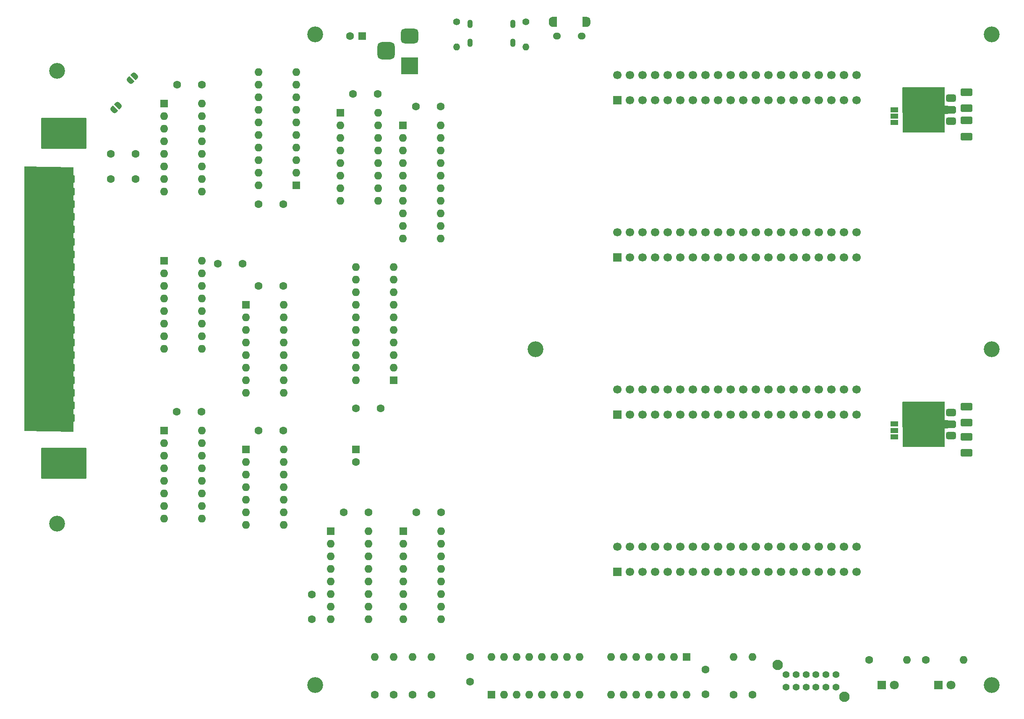
<source format=gbr>
%TF.GenerationSoftware,KiCad,Pcbnew,8.0.2*%
%TF.CreationDate,2024-06-10T22:31:20-05:00*%
%TF.ProjectId,Tandy Color Computer Multi-Pak,54616e64-7920-4436-9f6c-6f7220436f6d,rev?*%
%TF.SameCoordinates,Original*%
%TF.FileFunction,Soldermask,Bot*%
%TF.FilePolarity,Negative*%
%FSLAX46Y46*%
G04 Gerber Fmt 4.6, Leading zero omitted, Abs format (unit mm)*
G04 Created by KiCad (PCBNEW 8.0.2) date 2024-06-10 22:31:20*
%MOMM*%
%LPD*%
G01*
G04 APERTURE LIST*
G04 Aperture macros list*
%AMRoundRect*
0 Rectangle with rounded corners*
0 $1 Rounding radius*
0 $2 $3 $4 $5 $6 $7 $8 $9 X,Y pos of 4 corners*
0 Add a 4 corners polygon primitive as box body*
4,1,4,$2,$3,$4,$5,$6,$7,$8,$9,$2,$3,0*
0 Add four circle primitives for the rounded corners*
1,1,$1+$1,$2,$3*
1,1,$1+$1,$4,$5*
1,1,$1+$1,$6,$7*
1,1,$1+$1,$8,$9*
0 Add four rect primitives between the rounded corners*
20,1,$1+$1,$2,$3,$4,$5,0*
20,1,$1+$1,$4,$5,$6,$7,0*
20,1,$1+$1,$6,$7,$8,$9,0*
20,1,$1+$1,$8,$9,$2,$3,0*%
%AMFreePoly0*
4,1,19,0.499999,-0.750000,0.000000,-0.750000,0.000000,-0.744912,-0.071157,-0.744911,-0.207708,-0.704816,-0.327430,-0.627875,-0.420627,-0.520320,-0.479746,-0.390866,-0.500000,-0.250000,-0.500000,0.250000,-0.479746,0.390866,-0.420627,0.520320,-0.327430,0.627875,-0.207708,0.704816,-0.071157,0.744911,0.000000,0.744912,0.000000,0.750000,0.499999,0.750000,0.499999,-0.750000,0.499999,-0.750000,
$1*%
%AMFreePoly1*
4,1,19,0.000000,0.744912,0.071157,0.744911,0.207708,0.704816,0.327430,0.627875,0.420627,0.520320,0.479746,0.390866,0.500000,0.250000,0.500000,-0.250000,0.479746,-0.390866,0.420627,-0.520320,0.327430,-0.627875,0.207708,-0.704816,0.071157,-0.744911,0.000000,-0.744912,0.000000,-0.750000,-0.499999,-0.750000,-0.499999,0.750000,0.000000,0.750000,0.000000,0.744912,0.000000,0.744912,
$1*%
%AMFreePoly2*
4,1,39,9.728681,4.560972,9.765068,4.511016,9.770000,4.480224,9.790000,-4.459776,9.771033,-4.518597,9.721114,-4.555036,9.690120,-4.560000,1.370120,-4.570000,1.311319,-4.550972,1.274932,-4.501016,1.270001,-4.470538,1.250536,-0.850000,0.650000,-0.850000,0.591221,-0.830902,0.554894,-0.780902,0.550000,-0.750000,-0.625000,-0.750000,-0.732001,-0.734410,-0.842904,-0.680193,-0.930193,-0.592904,
-0.984410,-0.482001,-1.000000,-0.375000,-1.000000,0.375000,-0.984410,0.482001,-0.930193,0.592904,-0.842904,0.680193,-0.732001,0.734410,-0.625000,0.750000,0.550000,0.750000,0.569098,0.808779,0.619098,0.845106,0.650000,0.850000,1.250000,0.850000,1.250000,4.470000,1.269098,4.528779,1.319098,4.565106,1.349880,4.570000,9.669880,4.580000,9.728681,4.560972,9.728681,4.560972,
$1*%
G04 Aperture macros list end*
%ADD10C,0.010000*%
%ADD11C,2.100000*%
%ADD12C,1.400000*%
%ADD13R,1.800000X1.800000*%
%ADD14C,1.800000*%
%ADD15R,3.500000X3.500000*%
%ADD16RoundRect,0.750000X-1.000000X0.750000X-1.000000X-0.750000X1.000000X-0.750000X1.000000X0.750000X0*%
%ADD17RoundRect,0.875000X-0.875000X0.875000X-0.875000X-0.875000X0.875000X-0.875000X0.875000X0.875000X0*%
%ADD18RoundRect,0.102000X-4.762500X0.635000X-4.762500X-0.635000X4.762500X-0.635000X4.762500X0.635000X0*%
%ADD19RoundRect,0.102000X-4.500000X3.000000X-4.500000X-3.000000X4.500000X-3.000000X4.500000X3.000000X0*%
%ADD20O,1.100000X1.700000*%
%ADD21C,3.200000*%
%ADD22C,1.600000*%
%ADD23O,1.600000X1.600000*%
%ADD24O,1.400000X1.400000*%
%ADD25R,1.700000X1.700000*%
%ADD26C,1.700000*%
%ADD27O,1.604000X1.354000*%
%ADD28R,1.600000X1.600000*%
%ADD29RoundRect,0.250001X0.924999X-0.499999X0.924999X0.499999X-0.924999X0.499999X-0.924999X-0.499999X0*%
%ADD30FreePoly0,45.000000*%
%ADD31FreePoly1,45.000000*%
%ADD32R,1.500000X1.000000*%
%ADD33RoundRect,0.250001X-0.924999X0.499999X-0.924999X-0.499999X0.924999X-0.499999X0.924999X0.499999X0*%
%ADD34RoundRect,0.375000X0.625000X0.375000X-0.625000X0.375000X-0.625000X-0.375000X0.625000X-0.375000X0*%
%ADD35FreePoly2,180.000000*%
%ADD36RoundRect,0.500000X0.500000X1.400000X-0.500000X1.400000X-0.500000X-1.400000X0.500000X-1.400000X0*%
G04 APERTURE END LIST*
D10*
%TO.C,P1*%
X73101200Y-55422800D02*
X73101200Y-108762800D01*
X63271400Y-108585000D01*
X63271400Y-55245000D01*
X73101200Y-55422800D01*
G36*
X73101200Y-55422800D02*
G01*
X73101200Y-108762800D01*
X63271400Y-108585000D01*
X63271400Y-55245000D01*
X73101200Y-55422800D01*
G37*
%TO.C,J2*%
X170628000Y-26985000D02*
X169783000Y-26985000D01*
X169747000Y-26984000D01*
X169712000Y-26981000D01*
X169677000Y-26977000D01*
X169642000Y-26970000D01*
X169607000Y-26962000D01*
X169573000Y-26952000D01*
X169539000Y-26940000D01*
X169506000Y-26926000D01*
X169474000Y-26911000D01*
X169443000Y-26894000D01*
X169413000Y-26875000D01*
X169383000Y-26855000D01*
X169355000Y-26833000D01*
X169328000Y-26810000D01*
X169302000Y-26786000D01*
X169278000Y-26760000D01*
X169255000Y-26733000D01*
X169233000Y-26705000D01*
X169213000Y-26675000D01*
X169194000Y-26645000D01*
X169177000Y-26614000D01*
X169162000Y-26582000D01*
X169148000Y-26549000D01*
X169136000Y-26515000D01*
X169126000Y-26481000D01*
X169118000Y-26446000D01*
X169111000Y-26411000D01*
X169107000Y-26376000D01*
X169104000Y-26341000D01*
X169103000Y-26305000D01*
X169103000Y-25765000D01*
X169104000Y-25729000D01*
X169107000Y-25694000D01*
X169111000Y-25659000D01*
X169118000Y-25624000D01*
X169126000Y-25589000D01*
X169136000Y-25555000D01*
X169148000Y-25521000D01*
X169162000Y-25488000D01*
X169177000Y-25456000D01*
X169194000Y-25425000D01*
X169213000Y-25395000D01*
X169233000Y-25365000D01*
X169255000Y-25337000D01*
X169278000Y-25310000D01*
X169302000Y-25284000D01*
X169328000Y-25260000D01*
X169355000Y-25237000D01*
X169383000Y-25215000D01*
X169413000Y-25195000D01*
X169443000Y-25176000D01*
X169474000Y-25159000D01*
X169506000Y-25144000D01*
X169539000Y-25130000D01*
X169573000Y-25118000D01*
X169607000Y-25108000D01*
X169642000Y-25100000D01*
X169677000Y-25093000D01*
X169712000Y-25089000D01*
X169747000Y-25086000D01*
X169783000Y-25085000D01*
X170628000Y-25085000D01*
X170628000Y-26985000D01*
G36*
X170628000Y-26985000D02*
G01*
X169783000Y-26985000D01*
X169747000Y-26984000D01*
X169712000Y-26981000D01*
X169677000Y-26977000D01*
X169642000Y-26970000D01*
X169607000Y-26962000D01*
X169573000Y-26952000D01*
X169539000Y-26940000D01*
X169506000Y-26926000D01*
X169474000Y-26911000D01*
X169443000Y-26894000D01*
X169413000Y-26875000D01*
X169383000Y-26855000D01*
X169355000Y-26833000D01*
X169328000Y-26810000D01*
X169302000Y-26786000D01*
X169278000Y-26760000D01*
X169255000Y-26733000D01*
X169233000Y-26705000D01*
X169213000Y-26675000D01*
X169194000Y-26645000D01*
X169177000Y-26614000D01*
X169162000Y-26582000D01*
X169148000Y-26549000D01*
X169136000Y-26515000D01*
X169126000Y-26481000D01*
X169118000Y-26446000D01*
X169111000Y-26411000D01*
X169107000Y-26376000D01*
X169104000Y-26341000D01*
X169103000Y-26305000D01*
X169103000Y-25765000D01*
X169104000Y-25729000D01*
X169107000Y-25694000D01*
X169111000Y-25659000D01*
X169118000Y-25624000D01*
X169126000Y-25589000D01*
X169136000Y-25555000D01*
X169148000Y-25521000D01*
X169162000Y-25488000D01*
X169177000Y-25456000D01*
X169194000Y-25425000D01*
X169213000Y-25395000D01*
X169233000Y-25365000D01*
X169255000Y-25337000D01*
X169278000Y-25310000D01*
X169302000Y-25284000D01*
X169328000Y-25260000D01*
X169355000Y-25237000D01*
X169383000Y-25215000D01*
X169413000Y-25195000D01*
X169443000Y-25176000D01*
X169474000Y-25159000D01*
X169506000Y-25144000D01*
X169539000Y-25130000D01*
X169573000Y-25118000D01*
X169607000Y-25108000D01*
X169642000Y-25100000D01*
X169677000Y-25093000D01*
X169712000Y-25089000D01*
X169747000Y-25086000D01*
X169783000Y-25085000D01*
X170628000Y-25085000D01*
X170628000Y-26985000D01*
G37*
X176709000Y-25086000D02*
X176744000Y-25089000D01*
X176779000Y-25093000D01*
X176814000Y-25100000D01*
X176849000Y-25108000D01*
X176883000Y-25118000D01*
X176917000Y-25130000D01*
X176950000Y-25144000D01*
X176982000Y-25159000D01*
X177013000Y-25176000D01*
X177043000Y-25195000D01*
X177073000Y-25215000D01*
X177101000Y-25237000D01*
X177128000Y-25260000D01*
X177154000Y-25284000D01*
X177178000Y-25310000D01*
X177201000Y-25337000D01*
X177223000Y-25365000D01*
X177243000Y-25395000D01*
X177262000Y-25425000D01*
X177279000Y-25456000D01*
X177294000Y-25488000D01*
X177308000Y-25521000D01*
X177320000Y-25555000D01*
X177330000Y-25589000D01*
X177338000Y-25624000D01*
X177345000Y-25659000D01*
X177349000Y-25694000D01*
X177352000Y-25729000D01*
X177353000Y-25765000D01*
X177353000Y-26305000D01*
X177352000Y-26341000D01*
X177349000Y-26376000D01*
X177345000Y-26411000D01*
X177338000Y-26446000D01*
X177330000Y-26481000D01*
X177320000Y-26515000D01*
X177308000Y-26549000D01*
X177294000Y-26582000D01*
X177279000Y-26614000D01*
X177262000Y-26645000D01*
X177243000Y-26675000D01*
X177223000Y-26705000D01*
X177201000Y-26733000D01*
X177178000Y-26760000D01*
X177154000Y-26786000D01*
X177128000Y-26810000D01*
X177101000Y-26833000D01*
X177073000Y-26855000D01*
X177043000Y-26875000D01*
X177013000Y-26894000D01*
X176982000Y-26911000D01*
X176950000Y-26926000D01*
X176917000Y-26940000D01*
X176883000Y-26952000D01*
X176849000Y-26962000D01*
X176814000Y-26970000D01*
X176779000Y-26977000D01*
X176744000Y-26981000D01*
X176709000Y-26984000D01*
X176673000Y-26985000D01*
X175828000Y-26985000D01*
X175828000Y-25085000D01*
X176673000Y-25085000D01*
X176709000Y-25086000D01*
G36*
X176709000Y-25086000D02*
G01*
X176744000Y-25089000D01*
X176779000Y-25093000D01*
X176814000Y-25100000D01*
X176849000Y-25108000D01*
X176883000Y-25118000D01*
X176917000Y-25130000D01*
X176950000Y-25144000D01*
X176982000Y-25159000D01*
X177013000Y-25176000D01*
X177043000Y-25195000D01*
X177073000Y-25215000D01*
X177101000Y-25237000D01*
X177128000Y-25260000D01*
X177154000Y-25284000D01*
X177178000Y-25310000D01*
X177201000Y-25337000D01*
X177223000Y-25365000D01*
X177243000Y-25395000D01*
X177262000Y-25425000D01*
X177279000Y-25456000D01*
X177294000Y-25488000D01*
X177308000Y-25521000D01*
X177320000Y-25555000D01*
X177330000Y-25589000D01*
X177338000Y-25624000D01*
X177345000Y-25659000D01*
X177349000Y-25694000D01*
X177352000Y-25729000D01*
X177353000Y-25765000D01*
X177353000Y-26305000D01*
X177352000Y-26341000D01*
X177349000Y-26376000D01*
X177345000Y-26411000D01*
X177338000Y-26446000D01*
X177330000Y-26481000D01*
X177320000Y-26515000D01*
X177308000Y-26549000D01*
X177294000Y-26582000D01*
X177279000Y-26614000D01*
X177262000Y-26645000D01*
X177243000Y-26675000D01*
X177223000Y-26705000D01*
X177201000Y-26733000D01*
X177178000Y-26760000D01*
X177154000Y-26786000D01*
X177128000Y-26810000D01*
X177101000Y-26833000D01*
X177073000Y-26855000D01*
X177043000Y-26875000D01*
X177013000Y-26894000D01*
X176982000Y-26911000D01*
X176950000Y-26926000D01*
X176917000Y-26940000D01*
X176883000Y-26952000D01*
X176849000Y-26962000D01*
X176814000Y-26970000D01*
X176779000Y-26977000D01*
X176744000Y-26981000D01*
X176709000Y-26984000D01*
X176673000Y-26985000D01*
X175828000Y-26985000D01*
X175828000Y-25085000D01*
X176673000Y-25085000D01*
X176709000Y-25086000D01*
G37*
%TD*%
D11*
%TO.C,SW1*%
X215265000Y-155956000D03*
X228665000Y-162356000D03*
D12*
X216965000Y-160406000D03*
X216965000Y-157886000D03*
X218965000Y-160426000D03*
X218965000Y-157886000D03*
X224965000Y-160426000D03*
X224965000Y-157886000D03*
X226965000Y-160426000D03*
X226965000Y-157886000D03*
X220965000Y-160426000D03*
X222965000Y-160426000D03*
X220965000Y-157886000D03*
X222965000Y-157886000D03*
%TD*%
D13*
%TO.C,D2*%
X247650000Y-160020000D03*
D14*
X250190000Y-160020000D03*
%TD*%
D13*
%TO.C,D1*%
X236220000Y-160020000D03*
D14*
X238760000Y-160020000D03*
%TD*%
D15*
%TO.C,J1*%
X140970000Y-34925000D03*
D16*
X140970000Y-28925000D03*
D17*
X136270000Y-31925000D03*
%TD*%
D18*
%TO.C,P1*%
X68580000Y-57785000D03*
X68580000Y-60325000D03*
X68580000Y-62865000D03*
X68580000Y-65405000D03*
X68580000Y-67945000D03*
X68580000Y-70485000D03*
X68580000Y-73025000D03*
X68580000Y-75565000D03*
X68580000Y-78105000D03*
X68580000Y-80645000D03*
X68580000Y-83185000D03*
X68580000Y-85725000D03*
X68580000Y-88265000D03*
X68580000Y-90805000D03*
X68580000Y-93345000D03*
X68580000Y-95885000D03*
X68580000Y-98425000D03*
X68580000Y-100965000D03*
X68580000Y-103505000D03*
X68580000Y-106045000D03*
D19*
X71174400Y-48615000D03*
X71174400Y-115215000D03*
%TD*%
D20*
%TO.C,J4*%
X161800000Y-30305000D03*
X153160000Y-30305000D03*
X161800000Y-26505000D03*
X153160000Y-26505000D03*
%TD*%
D21*
%TO.C,H5*%
X258445000Y-160020000D03*
%TD*%
D22*
%TO.C,C6*%
X99020000Y-104775000D03*
X94020000Y-104775000D03*
%TD*%
%TO.C,C7*%
X110530000Y-62865000D03*
X115530000Y-62865000D03*
%TD*%
%TO.C,C3*%
X121285000Y-146732000D03*
X121285000Y-141732000D03*
%TD*%
D21*
%TO.C,H1*%
X69850000Y-35941000D03*
%TD*%
D22*
%TO.C,R6*%
X206375000Y-161925000D03*
D23*
X206375000Y-154305000D03*
%TD*%
D12*
%TO.C,R9*%
X150495000Y-26035000D03*
D24*
X150495000Y-31115000D03*
%TD*%
D21*
%TO.C,H3*%
X121920000Y-160020000D03*
%TD*%
D25*
%TO.C,P4*%
X182880000Y-73660000D03*
D26*
X182880000Y-68580000D03*
X185420000Y-73660000D03*
X185420000Y-68580000D03*
X187960000Y-73660000D03*
X187960000Y-68580000D03*
X190500000Y-73660000D03*
X190500000Y-68580000D03*
X193040000Y-73660000D03*
X193040000Y-68580000D03*
X195580000Y-73660000D03*
X195580000Y-68580000D03*
X198120000Y-73660000D03*
X198120000Y-68580000D03*
X200660000Y-73660000D03*
X200660000Y-68580000D03*
X203200000Y-73660000D03*
X203200000Y-68580000D03*
X205740000Y-73660000D03*
X205740000Y-68580000D03*
X208280000Y-73660000D03*
X208280000Y-68580000D03*
X210820000Y-73660000D03*
X210820000Y-68580000D03*
X213360000Y-73660000D03*
X213360000Y-68580000D03*
X215900000Y-73660000D03*
X215900000Y-68580000D03*
X218440000Y-73660000D03*
X218440000Y-68580000D03*
X220980000Y-73660000D03*
X220980000Y-68580000D03*
X223520000Y-73660000D03*
X223520000Y-68580000D03*
X226060000Y-73660000D03*
X226060000Y-68580000D03*
X228600000Y-73660000D03*
X228600000Y-68580000D03*
X231140000Y-73660000D03*
X231140000Y-68580000D03*
%TD*%
D21*
%TO.C,H8*%
X258445000Y-92202000D03*
%TD*%
D22*
%TO.C,C13*%
X132715000Y-125095000D03*
X127715000Y-125095000D03*
%TD*%
D21*
%TO.C,H6*%
X258445000Y-28575000D03*
%TD*%
D22*
%TO.C,C11*%
X130175000Y-104140000D03*
X135175000Y-104140000D03*
%TD*%
D21*
%TO.C,H7*%
X166370000Y-92227400D03*
%TD*%
D27*
%TO.C,J2*%
X175728000Y-28935000D03*
X170728000Y-28935000D03*
%TD*%
D28*
%TO.C,U6*%
X91440000Y-74295000D03*
D23*
X91440000Y-76835000D03*
X91440000Y-79375000D03*
X91440000Y-81915000D03*
X91440000Y-84455000D03*
X91440000Y-86995000D03*
X91440000Y-89535000D03*
X91440000Y-92075000D03*
X99060000Y-92075000D03*
X99060000Y-89535000D03*
X99060000Y-86995000D03*
X99060000Y-84455000D03*
X99060000Y-81915000D03*
X99060000Y-79375000D03*
X99060000Y-76835000D03*
X99060000Y-74295000D03*
%TD*%
D22*
%TO.C,R3*%
X141605000Y-161925000D03*
D23*
X141605000Y-154305000D03*
%TD*%
D12*
%TO.C,R10*%
X164465000Y-26035000D03*
D24*
X164465000Y-31115000D03*
%TD*%
D22*
%TO.C,C12*%
X147240000Y-43180000D03*
X142240000Y-43180000D03*
%TD*%
D21*
%TO.C,H4*%
X121920000Y-28575000D03*
%TD*%
D28*
%TO.C,U4*%
X139660000Y-46990000D03*
D23*
X139660000Y-49530000D03*
X139660000Y-52070000D03*
X139660000Y-54610000D03*
X139660000Y-57150000D03*
X139660000Y-59690000D03*
X139660000Y-62230000D03*
X139660000Y-64770000D03*
X139660000Y-67310000D03*
X139660000Y-69850000D03*
X147280000Y-69850000D03*
X147280000Y-67310000D03*
X147280000Y-64770000D03*
X147280000Y-62230000D03*
X147280000Y-59690000D03*
X147280000Y-57150000D03*
X147280000Y-54610000D03*
X147280000Y-52070000D03*
X147280000Y-49530000D03*
X147280000Y-46990000D03*
%TD*%
D28*
%TO.C,U1*%
X91440000Y-42545000D03*
D23*
X91440000Y-45085000D03*
X91440000Y-47625000D03*
X91440000Y-50165000D03*
X91440000Y-52705000D03*
X91440000Y-55245000D03*
X91440000Y-57785000D03*
X91440000Y-60325000D03*
X99060000Y-60325000D03*
X99060000Y-57785000D03*
X99060000Y-55245000D03*
X99060000Y-52705000D03*
X99060000Y-50165000D03*
X99060000Y-47625000D03*
X99060000Y-45085000D03*
X99060000Y-42545000D03*
%TD*%
D21*
%TO.C,H2*%
X69850000Y-127381000D03*
%TD*%
D28*
%TO.C,U11*%
X125095000Y-128905000D03*
D23*
X125095000Y-131445000D03*
X125095000Y-133985000D03*
X125095000Y-136525000D03*
X125095000Y-139065000D03*
X125095000Y-141605000D03*
X125095000Y-144145000D03*
X125095000Y-146685000D03*
X132715000Y-146685000D03*
X132715000Y-144145000D03*
X132715000Y-141605000D03*
X132715000Y-139065000D03*
X132715000Y-136525000D03*
X132715000Y-133985000D03*
X132715000Y-131445000D03*
X132715000Y-128905000D03*
%TD*%
D22*
%TO.C,C14*%
X147320000Y-125095000D03*
X142320000Y-125095000D03*
%TD*%
%TO.C,R7*%
X233680000Y-154940000D03*
D23*
X241300000Y-154940000D03*
%TD*%
D25*
%TO.C,P5*%
X182880000Y-41910000D03*
D26*
X182880000Y-36830000D03*
X185420000Y-41910000D03*
X185420000Y-36830000D03*
X187960000Y-41910000D03*
X187960000Y-36830000D03*
X190500000Y-41910000D03*
X190500000Y-36830000D03*
X193040000Y-41910000D03*
X193040000Y-36830000D03*
X195580000Y-41910000D03*
X195580000Y-36830000D03*
X198120000Y-41910000D03*
X198120000Y-36830000D03*
X200660000Y-41910000D03*
X200660000Y-36830000D03*
X203200000Y-41910000D03*
X203200000Y-36830000D03*
X205740000Y-41910000D03*
X205740000Y-36830000D03*
X208280000Y-41910000D03*
X208280000Y-36830000D03*
X210820000Y-41910000D03*
X210820000Y-36830000D03*
X213360000Y-41910000D03*
X213360000Y-36830000D03*
X215900000Y-41910000D03*
X215900000Y-36830000D03*
X218440000Y-41910000D03*
X218440000Y-36830000D03*
X220980000Y-41910000D03*
X220980000Y-36830000D03*
X223520000Y-41910000D03*
X223520000Y-36830000D03*
X226060000Y-41910000D03*
X226060000Y-36830000D03*
X228600000Y-41910000D03*
X228600000Y-36830000D03*
X231140000Y-41910000D03*
X231140000Y-36830000D03*
%TD*%
D22*
%TO.C,C15*%
X153195000Y-154345000D03*
X153195000Y-159345000D03*
%TD*%
D28*
%TO.C,U7*%
X107950000Y-83185000D03*
D23*
X107950000Y-85725000D03*
X107950000Y-88265000D03*
X107950000Y-90805000D03*
X107950000Y-93345000D03*
X107950000Y-95885000D03*
X107950000Y-98425000D03*
X107950000Y-100965000D03*
X115570000Y-100965000D03*
X115570000Y-98425000D03*
X115570000Y-95885000D03*
X115570000Y-93345000D03*
X115570000Y-90805000D03*
X115570000Y-88265000D03*
X115570000Y-85725000D03*
X115570000Y-83185000D03*
%TD*%
D28*
%TO.C,U9*%
X91440000Y-108585000D03*
D23*
X91440000Y-111125000D03*
X91440000Y-113665000D03*
X91440000Y-116205000D03*
X91440000Y-118745000D03*
X91440000Y-121285000D03*
X91440000Y-123825000D03*
X91440000Y-126365000D03*
X99060000Y-126365000D03*
X99060000Y-123825000D03*
X99060000Y-121285000D03*
X99060000Y-118745000D03*
X99060000Y-116205000D03*
X99060000Y-113665000D03*
X99060000Y-111125000D03*
X99060000Y-108585000D03*
%TD*%
D22*
%TO.C,C5*%
X102275000Y-74930000D03*
X107275000Y-74930000D03*
%TD*%
D28*
%TO.C,U8*%
X137795000Y-98425000D03*
D23*
X137795000Y-95885000D03*
X137795000Y-93345000D03*
X137795000Y-90805000D03*
X137795000Y-88265000D03*
X137795000Y-85725000D03*
X137795000Y-83185000D03*
X137795000Y-80645000D03*
X137795000Y-78105000D03*
X137795000Y-75565000D03*
X130175000Y-75565000D03*
X130175000Y-78105000D03*
X130175000Y-80645000D03*
X130175000Y-83185000D03*
X130175000Y-85725000D03*
X130175000Y-88265000D03*
X130175000Y-90805000D03*
X130175000Y-93345000D03*
X130175000Y-95885000D03*
X130175000Y-98425000D03*
%TD*%
D28*
%TO.C,C19*%
X131445000Y-28956000D03*
D22*
X128945000Y-28956000D03*
%TD*%
D25*
%TO.C,P3*%
X182880000Y-105410000D03*
D26*
X182880000Y-100330000D03*
X185420000Y-105410000D03*
X185420000Y-100330000D03*
X187960000Y-105410000D03*
X187960000Y-100330000D03*
X190500000Y-105410000D03*
X190500000Y-100330000D03*
X193040000Y-105410000D03*
X193040000Y-100330000D03*
X195580000Y-105410000D03*
X195580000Y-100330000D03*
X198120000Y-105410000D03*
X198120000Y-100330000D03*
X200660000Y-105410000D03*
X200660000Y-100330000D03*
X203200000Y-105410000D03*
X203200000Y-100330000D03*
X205740000Y-105410000D03*
X205740000Y-100330000D03*
X208280000Y-105410000D03*
X208280000Y-100330000D03*
X210820000Y-105410000D03*
X210820000Y-100330000D03*
X213360000Y-105410000D03*
X213360000Y-100330000D03*
X215900000Y-105410000D03*
X215900000Y-100330000D03*
X218440000Y-105410000D03*
X218440000Y-100330000D03*
X220980000Y-105410000D03*
X220980000Y-100330000D03*
X223520000Y-105410000D03*
X223520000Y-100330000D03*
X226060000Y-105410000D03*
X226060000Y-100330000D03*
X228600000Y-105410000D03*
X228600000Y-100330000D03*
X231140000Y-105410000D03*
X231140000Y-100330000D03*
%TD*%
D22*
%TO.C,C16*%
X200660000Y-161845000D03*
X200660000Y-156845000D03*
%TD*%
%TO.C,R5*%
X210185000Y-161925000D03*
D23*
X210185000Y-154305000D03*
%TD*%
D28*
%TO.C,U14*%
X196850000Y-154305000D03*
D23*
X194310000Y-154305000D03*
X191770000Y-154305000D03*
X189230000Y-154305000D03*
X186690000Y-154305000D03*
X184150000Y-154305000D03*
X181610000Y-154305000D03*
X181610000Y-161925000D03*
X184150000Y-161925000D03*
X186690000Y-161925000D03*
X189230000Y-161925000D03*
X191770000Y-161925000D03*
X194310000Y-161925000D03*
X196850000Y-161925000D03*
%TD*%
D28*
%TO.C,U12*%
X139700000Y-128905000D03*
D23*
X139700000Y-131445000D03*
X139700000Y-133985000D03*
X139700000Y-136525000D03*
X139700000Y-139065000D03*
X139700000Y-141605000D03*
X139700000Y-144145000D03*
X139700000Y-146685000D03*
X147320000Y-146685000D03*
X147320000Y-144145000D03*
X147320000Y-141605000D03*
X147320000Y-139065000D03*
X147320000Y-136525000D03*
X147320000Y-133985000D03*
X147320000Y-131445000D03*
X147320000Y-128905000D03*
%TD*%
D22*
%TO.C,C9*%
X115530000Y-108585000D03*
X110530000Y-108585000D03*
%TD*%
%TO.C,R1*%
X133985000Y-161925000D03*
D23*
X133985000Y-154305000D03*
%TD*%
D22*
%TO.C,C4*%
X99060000Y-38735000D03*
X94060000Y-38735000D03*
%TD*%
D28*
%TO.C,U13*%
X157470000Y-161915000D03*
D23*
X160010000Y-161915000D03*
X162550000Y-161915000D03*
X165090000Y-161915000D03*
X167630000Y-161915000D03*
X170170000Y-161915000D03*
X172710000Y-161915000D03*
X175250000Y-161915000D03*
X175250000Y-154295000D03*
X172710000Y-154295000D03*
X170170000Y-154295000D03*
X167630000Y-154295000D03*
X165090000Y-154295000D03*
X162550000Y-154295000D03*
X160010000Y-154295000D03*
X157470000Y-154295000D03*
%TD*%
D28*
%TO.C,U2*%
X118110000Y-59055000D03*
D23*
X118110000Y-56515000D03*
X118110000Y-53975000D03*
X118110000Y-51435000D03*
X118110000Y-48895000D03*
X118110000Y-46355000D03*
X118110000Y-43815000D03*
X118110000Y-41275000D03*
X118110000Y-38735000D03*
X118110000Y-36195000D03*
X110490000Y-36195000D03*
X110490000Y-38735000D03*
X110490000Y-41275000D03*
X110490000Y-43815000D03*
X110490000Y-46355000D03*
X110490000Y-48895000D03*
X110490000Y-51435000D03*
X110490000Y-53975000D03*
X110490000Y-56515000D03*
X110490000Y-59055000D03*
%TD*%
D22*
%TO.C,R8*%
X245110000Y-154940000D03*
D23*
X252730000Y-154940000D03*
%TD*%
D22*
%TO.C,C2*%
X85725000Y-52705000D03*
X80725000Y-52705000D03*
%TD*%
D28*
%TO.C,C18*%
X130175000Y-112435000D03*
D22*
X130175000Y-114935000D03*
%TD*%
D28*
%TO.C,U10*%
X107950000Y-112395000D03*
D23*
X107950000Y-114935000D03*
X107950000Y-117475000D03*
X107950000Y-120015000D03*
X107950000Y-122555000D03*
X107950000Y-125095000D03*
X107950000Y-127635000D03*
X115570000Y-127635000D03*
X115570000Y-125095000D03*
X115570000Y-122555000D03*
X115570000Y-120015000D03*
X115570000Y-117475000D03*
X115570000Y-114935000D03*
X115570000Y-112395000D03*
%TD*%
D28*
%TO.C,U3*%
X127000000Y-44450000D03*
D23*
X127000000Y-46990000D03*
X127000000Y-49530000D03*
X127000000Y-52070000D03*
X127000000Y-54610000D03*
X127000000Y-57150000D03*
X127000000Y-59690000D03*
X127000000Y-62230000D03*
X134620000Y-62230000D03*
X134620000Y-59690000D03*
X134620000Y-57150000D03*
X134620000Y-54610000D03*
X134620000Y-52070000D03*
X134620000Y-49530000D03*
X134620000Y-46990000D03*
X134620000Y-44450000D03*
%TD*%
D22*
%TO.C,R2*%
X137795000Y-161925000D03*
D23*
X137795000Y-154305000D03*
%TD*%
D22*
%TO.C,C10*%
X134580000Y-40640000D03*
X129580000Y-40640000D03*
%TD*%
D25*
%TO.C,P2*%
X182880000Y-137160000D03*
D26*
X182880000Y-132080000D03*
X185420000Y-137160000D03*
X185420000Y-132080000D03*
X187960000Y-137160000D03*
X187960000Y-132080000D03*
X190500000Y-137160000D03*
X190500000Y-132080000D03*
X193040000Y-137160000D03*
X193040000Y-132080000D03*
X195580000Y-137160000D03*
X195580000Y-132080000D03*
X198120000Y-137160000D03*
X198120000Y-132080000D03*
X200660000Y-137160000D03*
X200660000Y-132080000D03*
X203200000Y-137160000D03*
X203200000Y-132080000D03*
X205740000Y-137160000D03*
X205740000Y-132080000D03*
X208280000Y-137160000D03*
X208280000Y-132080000D03*
X210820000Y-137160000D03*
X210820000Y-132080000D03*
X213360000Y-137160000D03*
X213360000Y-132080000D03*
X215900000Y-137160000D03*
X215900000Y-132080000D03*
X218440000Y-137160000D03*
X218440000Y-132080000D03*
X220980000Y-137160000D03*
X220980000Y-132080000D03*
X223520000Y-137160000D03*
X223520000Y-132080000D03*
X226060000Y-137160000D03*
X226060000Y-132080000D03*
X228600000Y-137160000D03*
X228600000Y-132080000D03*
X231140000Y-137160000D03*
X231140000Y-132080000D03*
%TD*%
D22*
%TO.C,R4*%
X145415000Y-161925000D03*
D23*
X145415000Y-154305000D03*
%TD*%
D22*
%TO.C,C1*%
X85725000Y-57785000D03*
X80725000Y-57785000D03*
%TD*%
%TO.C,C8*%
X115490000Y-79375000D03*
X110490000Y-79375000D03*
%TD*%
D29*
%TO.C,C20*%
X253365000Y-107035000D03*
X253365000Y-103785000D03*
%TD*%
D30*
%TO.C,JP4*%
X81280000Y-43815000D03*
D31*
X82199238Y-42895762D03*
%TD*%
D32*
%TO.C,JP2*%
X238760000Y-43815000D03*
X238760000Y-45115000D03*
X238760000Y-46415000D03*
%TD*%
D33*
%TO.C,C17*%
X253365000Y-46000000D03*
X253365000Y-49250000D03*
%TD*%
D30*
%TO.C,JP3*%
X84630381Y-37924619D03*
D31*
X85549619Y-37005381D03*
%TD*%
D32*
%TO.C,JP1*%
X238760000Y-107285000D03*
X238760000Y-108585000D03*
X238760000Y-109885000D03*
%TD*%
D29*
%TO.C,C22*%
X253365000Y-43535000D03*
X253365000Y-40285000D03*
%TD*%
D34*
%TO.C,U15*%
X250165000Y-105015000D03*
D35*
X250165000Y-107315000D03*
D36*
X243865000Y-107315000D03*
D34*
X250165000Y-109615000D03*
%TD*%
D33*
%TO.C,C21*%
X253365000Y-109855000D03*
X253365000Y-113105000D03*
%TD*%
D34*
%TO.C,U16*%
X250165000Y-41515000D03*
D35*
X250165000Y-43815000D03*
D36*
X243865000Y-43815000D03*
D34*
X250165000Y-46115000D03*
%TD*%
M02*

</source>
